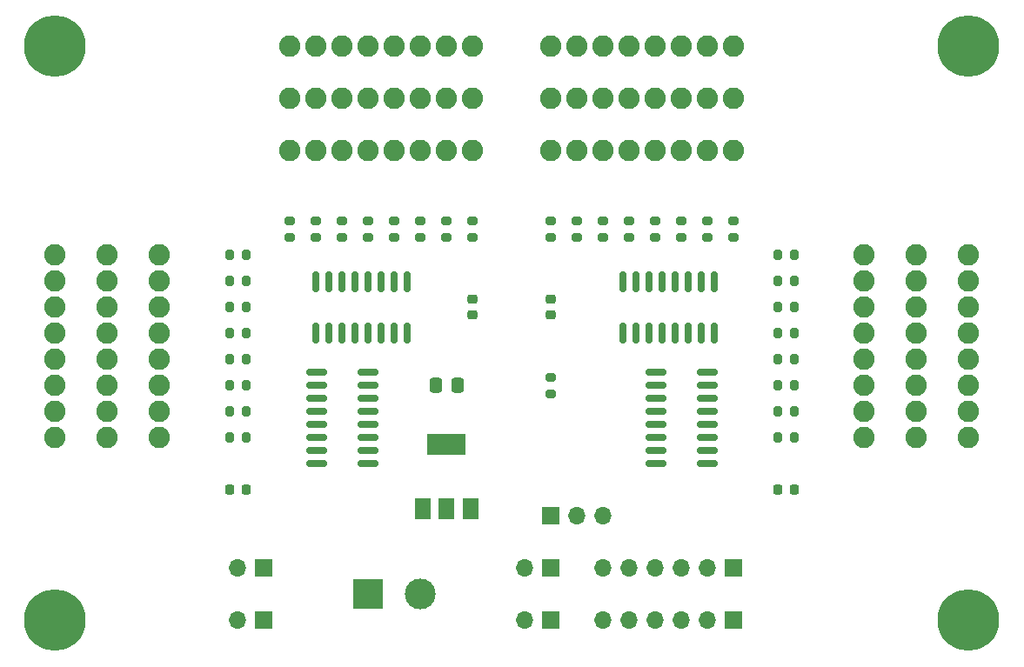
<source format=gbr>
G04 #@! TF.GenerationSoftware,KiCad,Pcbnew,6.0.7*
G04 #@! TF.CreationDate,2022-09-12T18:31:12+10:00*
G04 #@! TF.ProjectId,sr32gpo,73723332-6770-46f2-9e6b-696361645f70,rev?*
G04 #@! TF.SameCoordinates,Original*
G04 #@! TF.FileFunction,Soldermask,Top*
G04 #@! TF.FilePolarity,Negative*
%FSLAX46Y46*%
G04 Gerber Fmt 4.6, Leading zero omitted, Abs format (unit mm)*
G04 Created by KiCad (PCBNEW 6.0.7) date 2022-09-12 18:31:12*
%MOMM*%
%LPD*%
G01*
G04 APERTURE LIST*
G04 Aperture macros list*
%AMRoundRect*
0 Rectangle with rounded corners*
0 $1 Rounding radius*
0 $2 $3 $4 $5 $6 $7 $8 $9 X,Y pos of 4 corners*
0 Add a 4 corners polygon primitive as box body*
4,1,4,$2,$3,$4,$5,$6,$7,$8,$9,$2,$3,0*
0 Add four circle primitives for the rounded corners*
1,1,$1+$1,$2,$3*
1,1,$1+$1,$4,$5*
1,1,$1+$1,$6,$7*
1,1,$1+$1,$8,$9*
0 Add four rect primitives between the rounded corners*
20,1,$1+$1,$2,$3,$4,$5,0*
20,1,$1+$1,$4,$5,$6,$7,0*
20,1,$1+$1,$6,$7,$8,$9,0*
20,1,$1+$1,$8,$9,$2,$3,0*%
G04 Aperture macros list end*
%ADD10RoundRect,0.225000X-0.250000X0.225000X-0.250000X-0.225000X0.250000X-0.225000X0.250000X0.225000X0*%
%ADD11RoundRect,0.225000X0.225000X0.250000X-0.225000X0.250000X-0.225000X-0.250000X0.225000X-0.250000X0*%
%ADD12C,6.000000*%
%ADD13C,2.082800*%
%ADD14R,1.700000X1.700000*%
%ADD15O,1.700000X1.700000*%
%ADD16RoundRect,0.200000X0.275000X-0.200000X0.275000X0.200000X-0.275000X0.200000X-0.275000X-0.200000X0*%
%ADD17RoundRect,0.200000X0.200000X0.275000X-0.200000X0.275000X-0.200000X-0.275000X0.200000X-0.275000X0*%
%ADD18RoundRect,0.200000X-0.200000X-0.275000X0.200000X-0.275000X0.200000X0.275000X-0.200000X0.275000X0*%
%ADD19RoundRect,0.250000X0.337500X0.475000X-0.337500X0.475000X-0.337500X-0.475000X0.337500X-0.475000X0*%
%ADD20R,3.000000X3.000000*%
%ADD21C,3.000000*%
%ADD22R,1.500000X2.000000*%
%ADD23R,3.800000X2.000000*%
%ADD24RoundRect,0.200000X-0.275000X0.200000X-0.275000X-0.200000X0.275000X-0.200000X0.275000X0.200000X0*%
%ADD25RoundRect,0.150000X-0.150000X0.825000X-0.150000X-0.825000X0.150000X-0.825000X0.150000X0.825000X0*%
%ADD26RoundRect,0.150000X0.825000X0.150000X-0.825000X0.150000X-0.825000X-0.150000X0.825000X-0.150000X0*%
%ADD27RoundRect,0.150000X-0.825000X-0.150000X0.825000X-0.150000X0.825000X0.150000X-0.825000X0.150000X0*%
G04 APERTURE END LIST*
D10*
X127000000Y-70345000D03*
X127000000Y-71895000D03*
X119380000Y-70345000D03*
X119380000Y-71895000D03*
D11*
X97295000Y-88900000D03*
X95745000Y-88900000D03*
D12*
X78740000Y-45720000D03*
X167640000Y-45720000D03*
D13*
X157480000Y-83820000D03*
X157480000Y-81280000D03*
X157480000Y-78740000D03*
X157480000Y-76200000D03*
X157480000Y-73660000D03*
X157480000Y-71120000D03*
X157480000Y-68580000D03*
X157480000Y-66040000D03*
X162560000Y-83820000D03*
X162560000Y-81280000D03*
X162560000Y-78740000D03*
X162560000Y-76200000D03*
X162560000Y-73660000D03*
X162560000Y-71120000D03*
X162560000Y-68580000D03*
X162560000Y-66040000D03*
X144780000Y-55880000D03*
X142240000Y-55880000D03*
X139700000Y-55880000D03*
X137160000Y-55880000D03*
X134620000Y-55880000D03*
X132080000Y-55880000D03*
X129540000Y-55880000D03*
X127000000Y-55880000D03*
X144780000Y-50800000D03*
X142240000Y-50800000D03*
X139700000Y-50800000D03*
X137160000Y-50800000D03*
X134620000Y-50800000D03*
X132080000Y-50800000D03*
X129540000Y-50800000D03*
X127000000Y-50800000D03*
X119380000Y-55880000D03*
X116840000Y-55880000D03*
X114300000Y-55880000D03*
X111760000Y-55880000D03*
X109220000Y-55880000D03*
X106680000Y-55880000D03*
X104140000Y-55880000D03*
X101600000Y-55880000D03*
X119380000Y-50800000D03*
X116840000Y-50800000D03*
X114300000Y-50800000D03*
X111760000Y-50800000D03*
X109220000Y-50800000D03*
X106680000Y-50800000D03*
X104140000Y-50800000D03*
X101600000Y-50800000D03*
D14*
X127000000Y-91440000D03*
D15*
X129540000Y-91440000D03*
X132080000Y-91440000D03*
D16*
X119380000Y-64325000D03*
X119380000Y-62675000D03*
X116840000Y-64325000D03*
X116840000Y-62675000D03*
X114300000Y-64325000D03*
X114300000Y-62675000D03*
X111760000Y-64325000D03*
X111760000Y-62675000D03*
X109220000Y-64325000D03*
X109220000Y-62675000D03*
X106680000Y-64325000D03*
X106680000Y-62675000D03*
X104140000Y-64325000D03*
X104140000Y-62675000D03*
X101600000Y-64325000D03*
X101600000Y-62675000D03*
D17*
X97345000Y-66040000D03*
X95695000Y-66040000D03*
X97345000Y-68580000D03*
X95695000Y-68580000D03*
X97345000Y-71120000D03*
X95695000Y-71120000D03*
X97345000Y-73660000D03*
X95695000Y-73660000D03*
X97345000Y-76200000D03*
X95695000Y-76200000D03*
X97345000Y-78740000D03*
X95695000Y-78740000D03*
X97345000Y-81280000D03*
X95695000Y-81280000D03*
X97345000Y-83820000D03*
X95695000Y-83820000D03*
D18*
X149035000Y-66040000D03*
X150685000Y-66040000D03*
X149035000Y-68580000D03*
X150685000Y-68580000D03*
X149035000Y-81280000D03*
X150685000Y-81280000D03*
X149035000Y-83820000D03*
X150685000Y-83820000D03*
X149035000Y-76200000D03*
X150685000Y-76200000D03*
X149035000Y-73660000D03*
X150685000Y-73660000D03*
X149035000Y-71120000D03*
X150685000Y-71120000D03*
X149035000Y-78740000D03*
X150685000Y-78740000D03*
D16*
X134620000Y-64325000D03*
X134620000Y-62675000D03*
X137160000Y-64325000D03*
X137160000Y-62675000D03*
X144780000Y-64325000D03*
X144780000Y-62675000D03*
X132080000Y-64325000D03*
X132080000Y-62675000D03*
X142240000Y-64325000D03*
X142240000Y-62675000D03*
X129540000Y-64325000D03*
X129540000Y-62675000D03*
X139700000Y-64325000D03*
X139700000Y-62675000D03*
X127000000Y-64325000D03*
X127000000Y-62675000D03*
D11*
X150635000Y-88900000D03*
X149085000Y-88900000D03*
D13*
X88900000Y-66040000D03*
X88900000Y-68580000D03*
X88900000Y-71120000D03*
X88900000Y-73660000D03*
X88900000Y-76200000D03*
X88900000Y-78740000D03*
X88900000Y-81280000D03*
X88900000Y-83820000D03*
X83820000Y-66040000D03*
X83820000Y-68580000D03*
X83820000Y-71120000D03*
X83820000Y-73660000D03*
X83820000Y-76200000D03*
X83820000Y-78740000D03*
X83820000Y-81280000D03*
X83820000Y-83820000D03*
X127000000Y-45720000D03*
X129540000Y-45720000D03*
X132080000Y-45720000D03*
X134620000Y-45720000D03*
X137160000Y-45720000D03*
X139700000Y-45720000D03*
X142240000Y-45720000D03*
X144780000Y-45720000D03*
X101600000Y-45720000D03*
X104140000Y-45720000D03*
X106680000Y-45720000D03*
X109220000Y-45720000D03*
X111760000Y-45720000D03*
X114300000Y-45720000D03*
X116840000Y-45720000D03*
X119380000Y-45720000D03*
X78740000Y-83820000D03*
X78740000Y-81280000D03*
X78740000Y-78740000D03*
X78740000Y-76200000D03*
X78740000Y-73660000D03*
X78740000Y-71120000D03*
X78740000Y-68580000D03*
X78740000Y-66040000D03*
X167640000Y-66040000D03*
X167640000Y-68580000D03*
X167640000Y-71120000D03*
X167640000Y-73660000D03*
X167640000Y-76200000D03*
X167640000Y-78740000D03*
X167640000Y-81280000D03*
X167640000Y-83820000D03*
D19*
X117877500Y-78740000D03*
X115802500Y-78740000D03*
D14*
X127000000Y-96520000D03*
D15*
X124460000Y-96520000D03*
D14*
X144780000Y-101600000D03*
D15*
X142240000Y-101600000D03*
X139700000Y-101600000D03*
X137160000Y-101600000D03*
X134620000Y-101600000D03*
X132080000Y-101600000D03*
D12*
X78740000Y-101600000D03*
X167640000Y-101600000D03*
D14*
X144780000Y-96520000D03*
D15*
X142240000Y-96520000D03*
X139700000Y-96520000D03*
X137160000Y-96520000D03*
X134620000Y-96520000D03*
X132080000Y-96520000D03*
D14*
X99060000Y-101600000D03*
D15*
X96520000Y-101600000D03*
D20*
X109220000Y-99060000D03*
D21*
X114300000Y-99060000D03*
D22*
X114540000Y-90780000D03*
D23*
X116840000Y-84480000D03*
D22*
X116840000Y-90780000D03*
X119140000Y-90780000D03*
D14*
X99060000Y-96520000D03*
D15*
X96520000Y-96520000D03*
D14*
X127000000Y-101600000D03*
D15*
X124460000Y-101600000D03*
D24*
X127000000Y-77915000D03*
X127000000Y-79565000D03*
D25*
X142875000Y-68645000D03*
X141605000Y-68645000D03*
X140335000Y-68645000D03*
X139065000Y-68645000D03*
X137795000Y-68645000D03*
X136525000Y-68645000D03*
X135255000Y-68645000D03*
X133985000Y-68645000D03*
X133985000Y-73595000D03*
X135255000Y-73595000D03*
X136525000Y-73595000D03*
X137795000Y-73595000D03*
X139065000Y-73595000D03*
X140335000Y-73595000D03*
X141605000Y-73595000D03*
X142875000Y-73595000D03*
D26*
X142175000Y-86360000D03*
X142175000Y-85090000D03*
X142175000Y-83820000D03*
X142175000Y-82550000D03*
X142175000Y-81280000D03*
X142175000Y-80010000D03*
X142175000Y-78740000D03*
X142175000Y-77470000D03*
X137225000Y-77470000D03*
X137225000Y-78740000D03*
X137225000Y-80010000D03*
X137225000Y-81280000D03*
X137225000Y-82550000D03*
X137225000Y-83820000D03*
X137225000Y-85090000D03*
X137225000Y-86360000D03*
D25*
X113030000Y-68645000D03*
X111760000Y-68645000D03*
X110490000Y-68645000D03*
X109220000Y-68645000D03*
X107950000Y-68645000D03*
X106680000Y-68645000D03*
X105410000Y-68645000D03*
X104140000Y-68645000D03*
X104140000Y-73595000D03*
X105410000Y-73595000D03*
X106680000Y-73595000D03*
X107950000Y-73595000D03*
X109220000Y-73595000D03*
X110490000Y-73595000D03*
X111760000Y-73595000D03*
X113030000Y-73595000D03*
D27*
X104205000Y-77470000D03*
X104205000Y-78740000D03*
X104205000Y-80010000D03*
X104205000Y-81280000D03*
X104205000Y-82550000D03*
X104205000Y-83820000D03*
X104205000Y-85090000D03*
X104205000Y-86360000D03*
X109155000Y-86360000D03*
X109155000Y-85090000D03*
X109155000Y-83820000D03*
X109155000Y-82550000D03*
X109155000Y-81280000D03*
X109155000Y-80010000D03*
X109155000Y-78740000D03*
X109155000Y-77470000D03*
M02*

</source>
